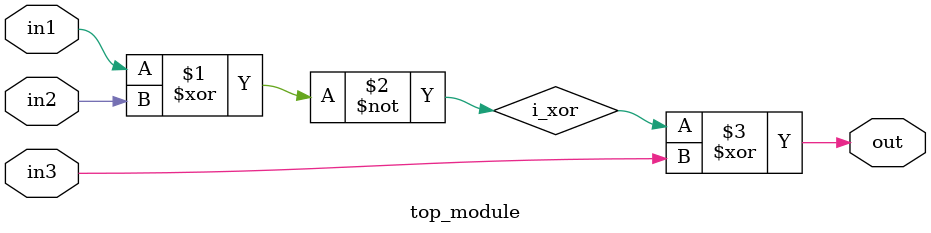
<source format=v>
module top_module(
  input in1,
  input in2,
  input in3,
  output out
);

  wire i_xor;

  assign i_xor = ~(in1 ^ in2);
  assign out = i_xor ^ in3;

endmodule

</source>
